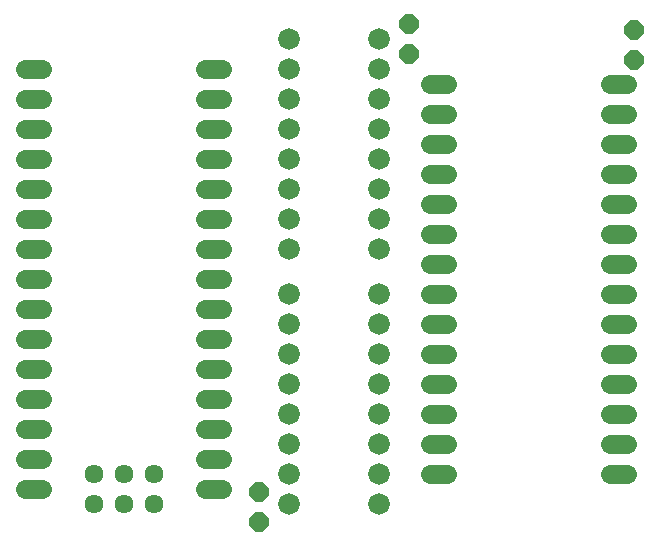
<source format=gts>
G75*
%MOIN*%
%OFA0B0*%
%FSLAX25Y25*%
%IPPOS*%
%LPD*%
%AMOC8*
5,1,8,0,0,1.08239X$1,22.5*
%
%ADD10C,0.06400*%
%ADD11C,0.06350*%
%ADD12C,0.06350*%
%ADD13C,0.07200*%
%ADD14OC8,0.06400*%
D10*
X0180542Y0031300D02*
X0186142Y0031300D01*
X0186142Y0041300D02*
X0180542Y0041300D01*
X0180542Y0051300D02*
X0186142Y0051300D01*
X0186142Y0061300D02*
X0180542Y0061300D01*
X0180542Y0071300D02*
X0186142Y0071300D01*
X0186142Y0081300D02*
X0180542Y0081300D01*
X0180542Y0091300D02*
X0186142Y0091300D01*
X0186142Y0101300D02*
X0180542Y0101300D01*
X0180542Y0111300D02*
X0186142Y0111300D01*
X0186142Y0121300D02*
X0180542Y0121300D01*
X0180542Y0131300D02*
X0186142Y0131300D01*
X0186142Y0141300D02*
X0180542Y0141300D01*
X0180542Y0151300D02*
X0186142Y0151300D01*
X0186142Y0161300D02*
X0180542Y0161300D01*
X0240542Y0161300D02*
X0246142Y0161300D01*
X0246142Y0151300D02*
X0240542Y0151300D01*
X0240542Y0141300D02*
X0246142Y0141300D01*
X0246142Y0131300D02*
X0240542Y0131300D01*
X0240542Y0121300D02*
X0246142Y0121300D01*
X0246142Y0111300D02*
X0240542Y0111300D01*
X0240542Y0101300D02*
X0246142Y0101300D01*
X0246142Y0091300D02*
X0240542Y0091300D01*
X0240542Y0081300D02*
X0246142Y0081300D01*
X0246142Y0071300D02*
X0240542Y0071300D01*
X0240542Y0061300D02*
X0246142Y0061300D01*
X0246142Y0051300D02*
X0240542Y0051300D01*
X0240542Y0041300D02*
X0246142Y0041300D01*
X0246142Y0031300D02*
X0240542Y0031300D01*
D11*
X0051117Y0026300D02*
X0045567Y0026300D01*
X0045567Y0036300D02*
X0051117Y0036300D01*
X0051117Y0046300D02*
X0045567Y0046300D01*
X0045567Y0056300D02*
X0051117Y0056300D01*
X0051117Y0066300D02*
X0045567Y0066300D01*
X0045567Y0076300D02*
X0051117Y0076300D01*
X0051117Y0086300D02*
X0045567Y0086300D01*
X0045567Y0096300D02*
X0051117Y0096300D01*
X0051117Y0106300D02*
X0045567Y0106300D01*
X0045567Y0116300D02*
X0051117Y0116300D01*
X0051117Y0126300D02*
X0045567Y0126300D01*
X0045567Y0136300D02*
X0051117Y0136300D01*
X0051117Y0146300D02*
X0045567Y0146300D01*
X0045567Y0156300D02*
X0051117Y0156300D01*
X0051117Y0166300D02*
X0045567Y0166300D01*
X0105567Y0166300D02*
X0111117Y0166300D01*
X0111117Y0156300D02*
X0105567Y0156300D01*
X0105567Y0146300D02*
X0111117Y0146300D01*
X0111117Y0136300D02*
X0105567Y0136300D01*
X0105567Y0126300D02*
X0111117Y0126300D01*
X0111117Y0116300D02*
X0105567Y0116300D01*
X0105567Y0106300D02*
X0111117Y0106300D01*
X0111117Y0096300D02*
X0105567Y0096300D01*
X0105567Y0086300D02*
X0111117Y0086300D01*
X0111117Y0076300D02*
X0105567Y0076300D01*
X0105567Y0066300D02*
X0111117Y0066300D01*
X0111117Y0056300D02*
X0105567Y0056300D01*
X0105567Y0046300D02*
X0111117Y0046300D01*
X0111117Y0036300D02*
X0105567Y0036300D01*
X0105567Y0026300D02*
X0111117Y0026300D01*
D12*
X0088342Y0021300D03*
X0088342Y0031300D03*
X0078342Y0031300D03*
X0078342Y0021300D03*
X0068342Y0021300D03*
X0068342Y0031300D03*
D13*
X0133342Y0031300D03*
X0133342Y0021300D03*
X0133342Y0041300D03*
X0133342Y0051300D03*
X0133342Y0061300D03*
X0133342Y0071300D03*
X0133342Y0081300D03*
X0133342Y0091300D03*
X0133342Y0106300D03*
X0133342Y0116300D03*
X0133342Y0126300D03*
X0133342Y0136300D03*
X0133342Y0146300D03*
X0133342Y0156300D03*
X0133342Y0166300D03*
X0133342Y0176300D03*
X0163342Y0176300D03*
X0163342Y0166300D03*
X0163342Y0156300D03*
X0163342Y0146300D03*
X0163342Y0136300D03*
X0163342Y0126300D03*
X0163342Y0116300D03*
X0163342Y0106300D03*
X0163342Y0091300D03*
X0163342Y0081300D03*
X0163342Y0071300D03*
X0163342Y0061300D03*
X0163342Y0051300D03*
X0163342Y0041300D03*
X0163342Y0031300D03*
X0163342Y0021300D03*
D14*
X0123642Y0025300D03*
X0123642Y0015300D03*
X0248642Y0169300D03*
X0248642Y0179300D03*
X0173642Y0181300D03*
X0173642Y0171300D03*
M02*

</source>
